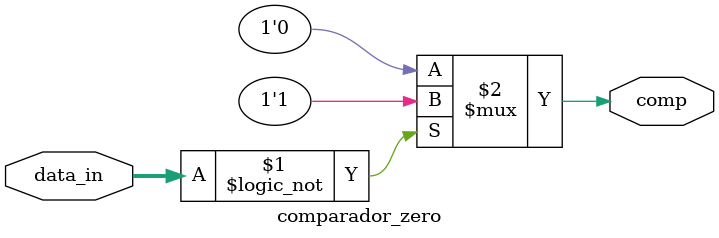
<source format=sv>
`timescale 1ns / 1ps

module comparador_zero(
    input [15:0] data_in,
    output comp
);

assign comp = (data_in == 16'd0) ? 1'b1 : 1'b0;

endmodule

</source>
